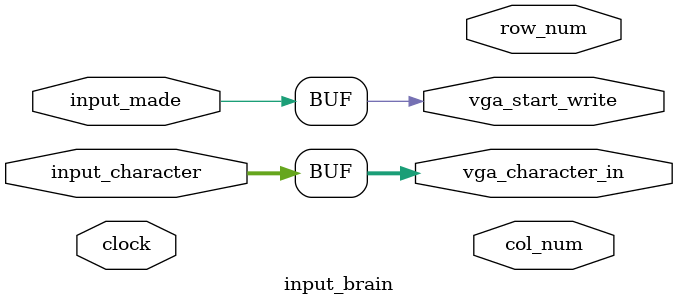
<source format=v>
module input_brain(
	clock,
	
	// PS2
	input_made, 
	input_character,
	
	// VGA
	row_num,
	col_num,
	vga_character_in,
	vga_start_write
);

input input_made, clock;
input[7:0] input_character;

output reg[7:0] row_num, col_num;
output[7:0] vga_character_in;
output vga_start_write;




assign vga_start_write = input_made;

//initial
//begin
//	vga_start_write <= 1'b0;
//end
//always @(posedge clock)
//begin
//	if (input_made && !(input_character == 8'h00)) 
//	begin
//		if (input_character == 8'h0A) // Ascii New Line
//		begin
//			col_num <= 8'h00;
//			row_num <= row_num + 1;
//		end
//		
//		else // Else Write to terminal
//		begin
//			vga_start_write <= 1'b1;
//			if (col_num < 8'h20)
//			begin
//				col_num <= col_num + 1;
//			end
//			
//			else
//			begin
//			if (row_num < 8'h06)
//				row_num <= row_num + 1;
//			else
//				row_num <= 8'h00;
//			col_num <= 8'h00;
//			end
//		end
//	end
//	
//	else
//		vga_start_write <= 1'b0;
//end

assign vga_character_in = input_character;


endmodule

</source>
